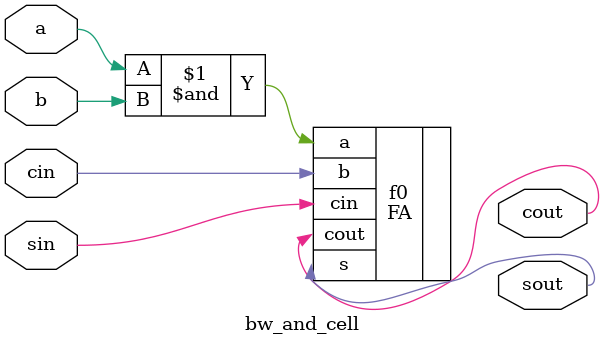
<source format=v>
module bw_and_cell (
	input wire a,
	input wire b,
	input wire cin,
	input wire sin,
	output wire cout,
	output wire sout
);

FA f0 (.a(a & b), .b(cin), .cin(sin), .s(sout), .cout(cout));

endmodule

</source>
